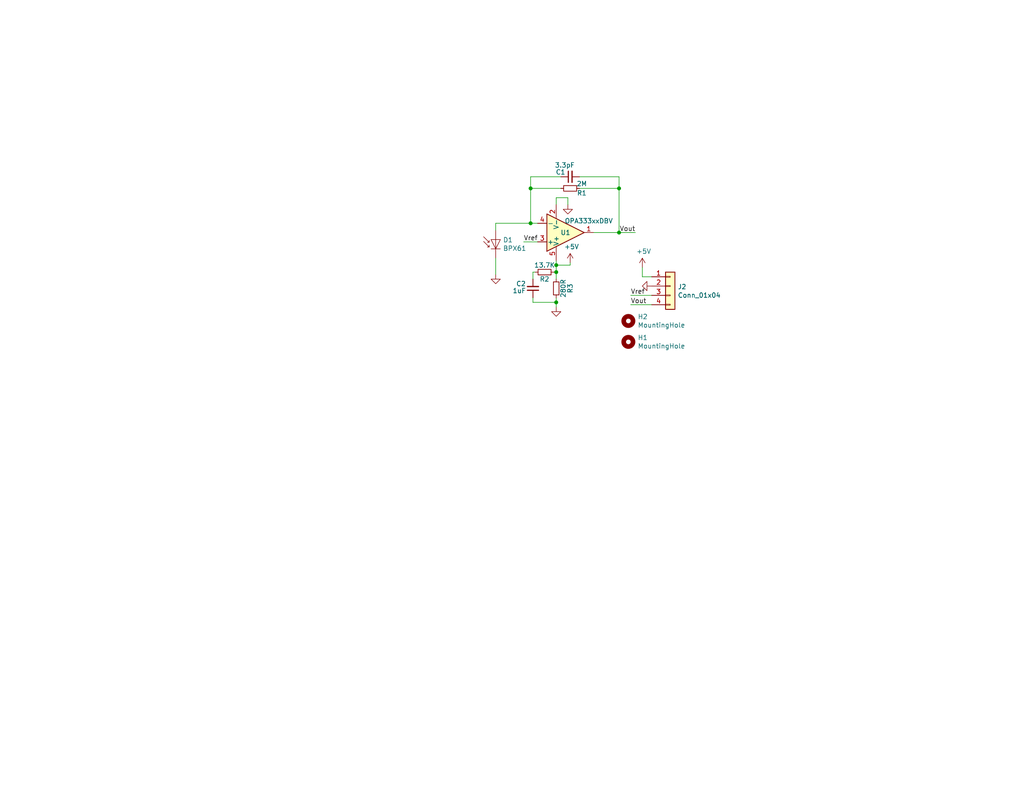
<source format=kicad_sch>
(kicad_sch (version 20211123) (generator eeschema)
  (paper "A")
  (lib_symbols
    (symbol "Amplifier_Operational:OPA333xxDBV" (pin_names (offset 0.127))
      (property "Reference" "U" (at -1.27 6.35 0))
      (property "Value" "OPA333xxDBV" (at -1.27 3.81 0))
      (symbol "OPA333xxDBV_0_1"
        (polyline (pts (xy -5.08 5.08) (xy 5.08 0) (xy -5.08 -5.08) (xy -5.08 5.08)) (stroke (width 0.254)) (fill (type background)))
        (pin power_in line (at -2.54 -7.62 90) (length 3.81) (name "V-") (number "2"))
        (pin power_in line (at -2.54 7.62 270) (length 3.81) (name "V+") (number "5"))
      )
      (symbol "OPA333xxDBV_1_1"
        (pin output line (at 7.62 0 180) (length 2.54) (name "~") (number "1"))
        (pin input line (at -7.62 2.54 0) (length 2.54) (name "+") (number "3"))
        (pin input line (at -7.62 -2.54 0) (length 2.54) (name "-") (number "4"))
      )
    )
    (symbol "Connector_Generic:Conn_01x04" (pin_names (offset 1.016) hide)
      (property "Reference" "J" (at 0 5.08 0))
      (property "Value" "Conn_01x04" (at 0 -7.62 0))
      (symbol "Conn_01x04_1_1"
        (rectangle (start -1.27 -4.953) (end 0 -5.207) (stroke (width 0.1524)))
        (rectangle (start -1.27 -2.413) (end 0 -2.667) (stroke (width 0.1524)))
        (rectangle (start -1.27 0.127) (end 0 -0.127) (stroke (width 0.1524)))
        (rectangle (start -1.27 2.667) (end 0 2.413) (stroke (width 0.1524)))
        (rectangle (start -1.27 3.81) (end 1.27 -6.35) (stroke (width 0.254)) (fill (type background)))
        (pin passive line (at -5.08 2.54 0) (length 3.81) (name "Pin_1") (number "1"))
        (pin passive line (at -5.08 0 0) (length 3.81) (name "Pin_2") (number "2"))
        (pin passive line (at -5.08 -2.54 0) (length 3.81) (name "Pin_3") (number "3"))
        (pin passive line (at -5.08 -5.08 0) (length 3.81) (name "Pin_4") (number "4"))
      )
    )
    (symbol "Device:C_Small" (pin_numbers hide) (pin_names (offset 0.254) hide)
      (property "Reference" "C" (at 0.254 1.778 0))
      (property "Value" "C_Small" (at 0.254 -2.032 0))
      (symbol "C_Small_0_1"
        (polyline (pts (xy -1.524 -0.508) (xy 1.524 -0.508)) (stroke (width 0.3302)))
        (polyline (pts (xy -1.524 0.508) (xy 1.524 0.508)) (stroke (width 0.3048)))
      )
      (symbol "C_Small_1_1"
        (pin passive line (at 0 2.54 270) (length 2.032) (name "~") (number "1"))
        (pin passive line (at 0 -2.54 90) (length 2.032) (name "~") (number "2"))
      )
    )
    (symbol "Device:R_Small" (pin_numbers hide) (pin_names (offset 0.254) hide)
      (property "Reference" "R" (at 0.762 0.508 0))
      (property "Value" "R_Small" (at 0.762 -1.016 0))
      (symbol "R_Small_0_1"
        (rectangle (start -0.762 1.778) (end 0.762 -1.778) (stroke (width 0.2032)))
      )
      (symbol "R_Small_1_1"
        (pin passive line (at 0 2.54 270) (length 0.762) (name "~") (number "1"))
        (pin passive line (at 0 -2.54 90) (length 0.762) (name "~") (number "2"))
      )
    )
    (symbol "Mechanical:MountingHole" (pin_names (offset 1.016))
      (property "Reference" "H" (at 0 5.08 0))
      (property "Value" "MountingHole" (at 0 3.175 0))
      (symbol "MountingHole_0_1"
        (circle (center 0 0) (radius 1.27) (stroke (width 1.27)))
      )
    )
    (symbol "Sensor_Optical:BPX61" (pin_numbers hide) (pin_names hide)
      (property "Reference" "D" (at 0.508 1.778 0))
      (property "Value" "BPX61" (at -1.016 -2.794 0))
      (symbol "BPX61_0_1"
        (polyline (pts (xy -2.54 1.27) (xy -2.54 -1.27)) (stroke (width 0.1524)))
        (polyline (pts (xy -2.032 1.778) (xy -1.524 1.778)))
        (polyline (pts (xy 0 0) (xy -2.54 0)))
        (polyline (pts (xy 0 1.27) (xy 0 -1.27)))
        (polyline (pts (xy -0.508 3.302) (xy -2.032 1.778) (xy -2.032 2.286)))
        (polyline (pts (xy 0 1.27) (xy -2.54 0) (xy 0 -1.27)))
        (polyline (pts (xy 0.762 3.302) (xy -0.762 1.778) (xy -0.762 2.286) (xy -0.762 1.778) (xy -0.254 1.778)))
      )
      (symbol "BPX61_1_1"
        (pin passive line (at 2.54 0 180) (length 2.54) (name "A") (number "1"))
        (pin passive line (at -5.08 0 0) (length 2.54) (name "K") (number "2"))
      )
    )
    (symbol "power:+5V" (power) (pin_names (offset 0))
      (property "Value" "+5V" (at 0 3.556 0))
      (symbol "+5V_0_1"
        (polyline (pts (xy -0.762 1.27) (xy 0 2.54)))
        (polyline (pts (xy 0 0) (xy 0 2.54)))
        (polyline (pts (xy 0 2.54) (xy 0.762 1.27)))
      )
      (symbol "+5V_1_1"
        (pin power_in line (at 0 0 90) (length 0) hide (name "+5V") (number "1"))
      )
    )
    (symbol "power:GND" (power) (pin_names (offset 0))
      (property "Value" "GND" (at 0 -3.81 0))
      (symbol "GND_0_1"
        (polyline (pts (xy 0 0) (xy 0 -1.27) (xy 1.27 -1.27) (xy 0 -2.54) (xy -1.27 -1.27) (xy 0 -1.27)))
      )
      (symbol "GND_1_1"
        (pin power_in line (at 0 0 270) (length 0) hide (name "GND") (number "1"))
      )
    )
  )
  (junction (at 144.78 60.96))
  (junction (at 151.765 82.55))
  (junction (at 144.78 51.435))
  (junction (at 151.765 72.39))
  (junction (at 168.91 51.435))
  (junction (at 168.91 63.5))
  (junction (at 151.765 74.295))
  (wire (pts (xy 151.765 81.28) (xy 151.765 82.55)))
  (wire (pts (xy 168.91 63.5) (xy 173.355 63.5)))
  (wire (pts (xy 146.05 74.295) (xy 145.415 74.295)))
  (wire (pts (xy 158.115 48.26) (xy 168.91 48.26)))
  (wire (pts (xy 145.415 74.295) (xy 145.415 76.2)))
  (wire (pts (xy 151.765 82.55) (xy 151.765 83.82)))
  (wire (pts (xy 161.925 63.5) (xy 168.91 63.5)))
  (wire (pts (xy 177.8 83.185) (xy 172.085 83.185)))
  (wire (pts (xy 175.26 75.565) (xy 177.8 75.565)))
  (wire (pts (xy 151.765 71.12) (xy 151.765 72.39)))
  (wire (pts (xy 168.91 63.5) (xy 168.91 51.435)))
  (wire (pts (xy 154.94 53.975) (xy 151.765 53.975)))
  (wire (pts (xy 144.78 48.26) (xy 144.78 51.435)))
  (wire (pts (xy 151.765 72.39) (xy 151.765 74.295)))
  (wire (pts (xy 144.78 51.435) (xy 144.78 60.96)))
  (wire (pts (xy 153.035 48.26) (xy 144.78 48.26)))
  (wire (pts (xy 151.13 74.295) (xy 151.765 74.295)))
  (wire (pts (xy 144.78 60.96) (xy 146.685 60.96)))
  (wire (pts (xy 145.415 81.28) (xy 145.415 82.55)))
  (wire (pts (xy 135.255 60.96) (xy 135.255 62.865)))
  (wire (pts (xy 151.765 53.975) (xy 151.765 55.88)))
  (wire (pts (xy 146.685 66.04) (xy 142.875 66.04)))
  (wire (pts (xy 155.575 72.39) (xy 155.575 71.755)))
  (wire (pts (xy 168.91 48.26) (xy 168.91 51.435)))
  (wire (pts (xy 144.78 60.96) (xy 135.255 60.96)))
  (wire (pts (xy 153.035 51.435) (xy 144.78 51.435)))
  (wire (pts (xy 151.765 74.295) (xy 151.765 76.2)))
  (wire (pts (xy 154.94 55.88) (xy 154.94 53.975)))
  (wire (pts (xy 145.415 82.55) (xy 151.765 82.55)))
  (wire (pts (xy 135.255 70.485) (xy 135.255 74.93)))
  (wire (pts (xy 172.085 80.645) (xy 177.8 80.645)))
  (wire (pts (xy 168.91 51.435) (xy 158.115 51.435)))
  (wire (pts (xy 175.26 73.025) (xy 175.26 75.565)))
  (wire (pts (xy 151.765 72.39) (xy 155.575 72.39)))
  (label "Vout" (at 173.355 63.5 180))
  (label "Vout" (at 172.085 83.185 0))
  (label "Vref" (at 172.085 80.645 0))
  (label "Vref" (at 142.875 66.04 0))
  (symbol (lib_id "Connector_Generic:Conn_01x04") (at 182.88 78.105 0) (unit 1)
    (property "Reference" "J2" (at 184.912 78.3082 0) (effects (justify left)))
    (property "Value" "Conn_01x04" (at 184.912 80.6196 0) (effects (justify left)))
    (property "Footprint" "Connector_PinSocket_2.54mm:PinSocket_1x04_P2.54mm_Vertical" (effects hide))
  )
  (symbol (lib_id "Device:C_Small") (at 145.415 78.74 180) (unit 1)
    (property "Reference" "C2" (at 143.51 77.47 0) (effects (justify left)))
    (property "Value" "1uF" (at 143.51 79.375 0) (effects (justify left)))
    (property "Footprint" "Capacitor_SMD:C_0603_1608Metric" (effects hide))
  )
  (symbol (lib_id "power:GND") (at 177.8 78.105 270) (unit 1)
    (property "Reference" "#PWR07" (effects hide))
    (property "Value" "GND" (effects hide))
  )
  (symbol (lib_id "Device:R_Small") (at 151.765 78.74 180) (unit 1)
    (property "Reference" "R3" (at 155.575 78.74 90))
    (property "Value" "280R" (at 153.67 78.74 90))
    (property "Footprint" "Resistor_SMD:R_0603_1608Metric" (effects hide))
  )
  (symbol (lib_id "Mechanical:MountingHole") (at 171.45 93.345 0) (unit 1)
    (property "Reference" "H1" (at 173.99 92.1766 0) (effects (justify left)))
    (property "Value" "MountingHole" (at 173.99 94.488 0) (effects (justify left)))
    (property "Footprint" "MountingHole:MountingHole_2.7mm_M2.5" (effects hide))
  )
  (symbol (lib_id "Amplifier_Operational:OPA333xxDBV") (at 154.305 63.5 0) (mirror x) (unit 1)
    (property "Reference" "U1" (at 154.305 63.5 0))
    (property "Value" "OPA333xxDBV" (at 160.655 60.325 0))
    (property "Footprint" "Package_TO_SOT_SMD:SOT-23-5" (effects hide))
    (property "Datasheet" "http://www.ti.com/lit/ds/symlink/opa333.pdf" (effects hide))
  )
  (symbol (lib_id "Mechanical:MountingHole") (at 171.45 87.63 0) (unit 1)
    (property "Reference" "H2" (at 173.99 86.4616 0) (effects (justify left)))
    (property "Value" "MountingHole" (at 173.99 88.773 0) (effects (justify left)))
    (property "Footprint" "MountingHole:MountingHole_2.7mm_M2.5" (effects hide))
  )
  (symbol (lib_id "Device:R_Small") (at 148.59 74.295 90) (unit 1)
    (property "Reference" "R2" (at 148.59 76.2 90))
    (property "Value" "13.7K" (at 148.59 72.39 90))
    (property "Footprint" "Resistor_SMD:R_0603_1608Metric" (effects hide))
  )
  (symbol (lib_id "Device:C_Small") (at 155.575 48.26 90) (unit 1)
    (property "Reference" "C1" (at 154.305 46.99 90) (effects (justify left)))
    (property "Value" "3.3pF" (at 156.845 45.085 90) (effects (justify left)))
    (property "Footprint" "Capacitor_SMD:C_0603_1608Metric" (effects hide))
  )
  (symbol (lib_id "power:GND") (at 154.94 55.88 0) (unit 1)
    (property "Reference" "#PWR0101" (effects hide))
    (property "Value" "GND" (effects hide))
  )
  (symbol (lib_id "Device:R_Small") (at 155.575 51.435 90) (unit 1)
    (property "Reference" "R1" (at 158.75 52.705 90))
    (property "Value" "2M" (at 158.75 50.165 90))
    (property "Footprint" "Resistor_SMD:R_0603_1608Metric" (effects hide))
  )
  (symbol (lib_id "power:GND") (at 135.255 74.93 0) (unit 1)
    (property "Reference" "#PWR0102" (effects hide))
    (property "Value" "GND" (effects hide))
  )
  (symbol (lib_id "power:GND") (at 151.765 83.82 0) (unit 1)
    (property "Reference" "#PWR06" (effects hide))
    (property "Value" "GND" (effects hide))
  )
  (symbol (lib_id "power:+5V") (at 155.575 71.755 0) (unit 1)
    (property "Reference" "#PWR0103" (effects hide))
    (property "Value" "+5V" (at 155.956 67.3608 0))
  )
  (symbol (lib_id "power:+5V") (at 175.26 73.025 0) (unit 1)
    (property "Reference" "#PWR0104" (effects hide))
    (property "Value" "+5V" (at 175.641 68.6308 0))
  )
  (symbol (lib_id "Sensor_Optical:BPX61") (at 135.255 65.405 90) (unit 1)
    (property "Reference" "D1" (at 137.2362 65.5066 90) (effects (justify right)))
    (property "Value" "BPX61" (at 137.2362 67.818 90) (effects (justify right)))
    (property "Footprint" "Package_TO_SOT_THT:TO-5-2_Window" (effects hide))
    (property "Datasheet" "http://www.osram-os.com/Graphics/XPic3/00101650_0.pdf" (effects hide))
  )
)
</source>
